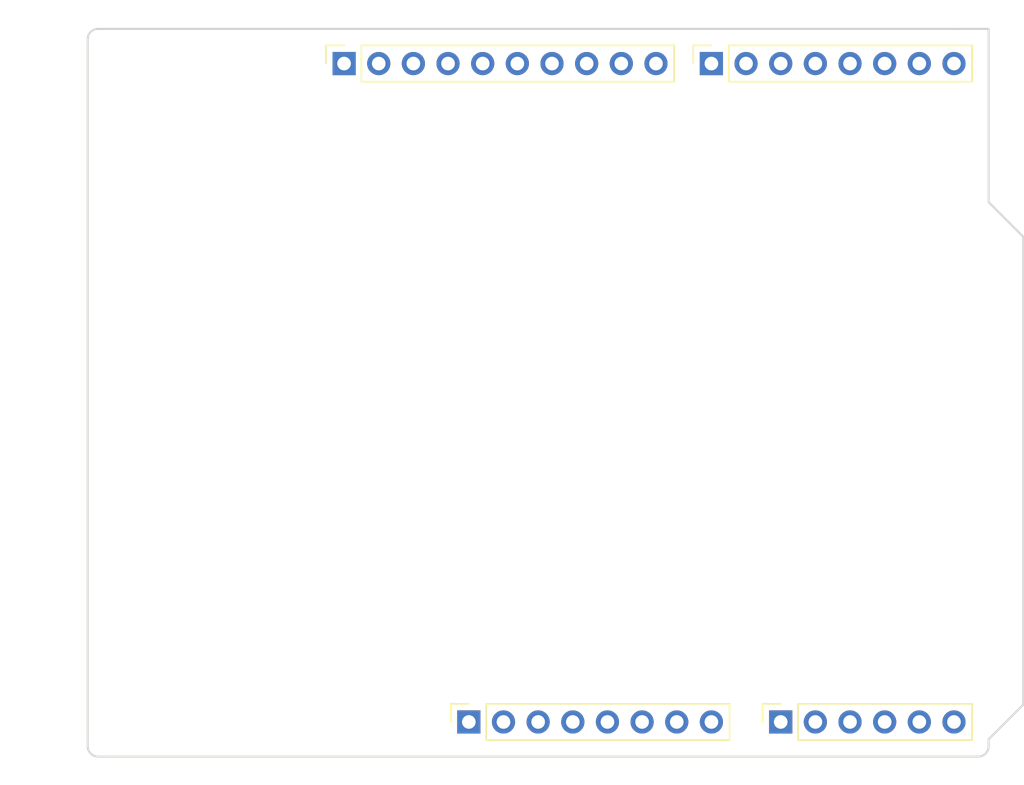
<source format=kicad_pcb>
(kicad_pcb (version 20211014) (generator pcbnew)
  (title_block (date "mar. 31 mars 2015"))
  (layers (0 "F.Cu" signal) (31 "B.Cu" signal) (34 "B.Paste" user) (35 "F.Paste" user) (36 "B.SilkS" user "B.Silkscreen") (37 "F.SilkS" user "F.Silkscreen") (38 "B.Mask" user) (39 "F.Mask" user) (44 "Edge.Cuts" user))
  (net 0 "")
  (net 1 "GND")
  (net 3 "+5V")
  (net 4 "/IOREF")
  (net 5 "/A0")
  (net 6 "/A1")
  (net 7 "/A2")
  (net 8 "/A3")
  (net 9 "/SDA{slash}A4")
  (net 10 "/SCL{slash}A5")
  (net 11 "/13")
  (net 12 "/12")
  (net 13 "/AREF")
  (net 14 "/8")
  (net 15 "/7")
  (net 16 "/*11")
  (net 17 "/*10")
  (net 18 "/*9")
  (net 19 "/4")
  (net 20 "/2")
  (net 21 "/*6")
  (net 22 "/*5")
  (net 23 "/TX{slash}1")
  (net 24 "/*3")
  (net 25 "/RX{slash}0")
  (net 26 "+3V3")
  (net 27 "VCC")
  (net 28 "/~{RESET}")
  (footprint "Connector_PinSocket_2.54mm:PinSocket_1x08_P2.54mm_Vertical" (layer "F.Cu") (at 127.94 97.46 90)
    (fp_text reference "J1" hide)
    (fp_text value "Power")
    (fp_line (start -1.33 19.11) (end 1.33 19.11) (layer "F.SilkS") (width 0.12))
    (fp_line (start 1.33 1.27) (end 1.33 19.11) (layer "F.SilkS") (width 0.12))
    (fp_line (start -1.33 1.27) (end 1.33 1.27) (layer "F.SilkS") (width 0.12))
    (fp_line (start 0 -1.33) (end 1.33 -1.33) (layer "F.SilkS") (width 0.12))
    (fp_line (start 1.33 -1.33) (end 1.33 0) (layer "F.SilkS") (width 0.12))
    (fp_line (start -1.33 1.27) (end -1.33 19.11) (layer "F.SilkS") (width 0.12))
    (pad "1" thru_hole rect locked (at 0 0 90) (size 1.7 1.7) (drill 1) (layers *.Cu *.Mask))
    (pad "2" thru_hole oval locked (at 0 2.54 90) (size 1.7 1.7) (drill 1) (layers *.Cu *.Mask) (net 4 "/IOREF"))
    (pad "3" thru_hole oval locked (at 0 5.08 90) (size 1.7 1.7) (drill 1) (layers *.Cu *.Mask) (net 28 "/~{RESET}"))
    (pad "4" thru_hole oval locked (at 0 7.62 90) (size 1.7 1.7) (drill 1) (layers *.Cu *.Mask) (net 26 "+3V3"))
    (pad "5" thru_hole oval locked (at 0 10.16 90) (size 1.7 1.7) (drill 1) (layers *.Cu *.Mask) (net 3 "+5V"))
    (pad "6" thru_hole oval locked (at 0 12.7 90) (size 1.7 1.7) (drill 1) (layers *.Cu *.Mask) (net 1 "GND"))
    (pad "7" thru_hole oval locked (at 0 15.24 90) (size 1.7 1.7) (drill 1) (layers *.Cu *.Mask) (net 1 "GND"))
    (pad "8" thru_hole oval locked (at 0 17.78 90) (size 1.7 1.7) (drill 1) (layers *.Cu *.Mask) (net 27 "VCC"))
  )
  (footprint "Connector_PinSocket_2.54mm:PinSocket_1x06_P2.54mm_Vertical" (layer "F.Cu") (at 150.8 97.46 90)
    (fp_text reference "J3" hide)
    (fp_text value "Analog")
    (fp_line (start 1.33 1.27) (end 1.33 14.03) (layer "F.SilkS") (width 0.12))
    (fp_line (start 0 -1.33) (end 1.33 -1.33) (layer "F.SilkS") (width 0.12))
    (fp_line (start -1.33 1.27) (end 1.33 1.27) (layer "F.SilkS") (width 0.12))
    (fp_line (start -1.33 1.27) (end -1.33 14.03) (layer "F.SilkS") (width 0.12))
    (fp_line (start -1.33 14.03) (end 1.33 14.03) (layer "F.SilkS") (width 0.12))
    (fp_line (start 1.33 -1.33) (end 1.33 0) (layer "F.SilkS") (width 0.12))
    (pad "1" thru_hole rect locked (at 0 0 90) (size 1.7 1.7) (drill 1) (layers *.Cu *.Mask) (net 5 "/A0"))
    (pad "2" thru_hole oval locked (at 0 2.54 90) (size 1.7 1.7) (drill 1) (layers *.Cu *.Mask) (net 6 "/A1"))
    (pad "3" thru_hole oval locked (at 0 5.08 90) (size 1.7 1.7) (drill 1) (layers *.Cu *.Mask) (net 7 "/A2"))
    (pad "4" thru_hole oval locked (at 0 7.62 90) (size 1.7 1.7) (drill 1) (layers *.Cu *.Mask) (net 8 "/A3"))
    (pad "5" thru_hole oval locked (at 0 10.16 90) (size 1.7 1.7) (drill 1) (layers *.Cu *.Mask) (net 9 "/SDA{slash}A4"))
    (pad "6" thru_hole oval locked (at 0 12.7 90) (size 1.7 1.7) (drill 1) (layers *.Cu *.Mask) (net 10 "/SCL{slash}A5"))
  )
  (footprint "Connector_PinSocket_2.54mm:PinSocket_1x10_P2.54mm_Vertical" (layer "F.Cu") (at 118.796 49.2 90)
    (fp_text reference "J2" hide)
    (fp_text value "Digital/PWM")
    (fp_line (start -1.33 24.19) (end 1.33 24.19) (layer "F.SilkS") (width 0.12))
    (fp_line (start -1.33 1.27) (end -1.33 24.19) (layer "F.SilkS") (width 0.12))
    (fp_line (start 1.33 -1.33) (end 1.33 0) (layer "F.SilkS") (width 0.12))
    (fp_line (start 0 -1.33) (end 1.33 -1.33) (layer "F.SilkS") (width 0.12))
    (fp_line (start 1.33 1.27) (end 1.33 24.19) (layer "F.SilkS") (width 0.12))
    (fp_line (start -1.33 1.27) (end 1.33 1.27) (layer "F.SilkS") (width 0.12))
    (pad "1" thru_hole rect locked (at 0 0 90) (size 1.7 1.7) (drill 1) (layers *.Cu *.Mask) (net 10 "/SCL{slash}A5"))
    (pad "2" thru_hole oval locked (at 0 2.54 90) (size 1.7 1.7) (drill 1) (layers *.Cu *.Mask) (net 9 "/SDA{slash}A4"))
    (pad "3" thru_hole oval locked (at 0 5.08 90) (size 1.7 1.7) (drill 1) (layers *.Cu *.Mask) (net 13 "/AREF"))
    (pad "4" thru_hole oval locked (at 0 7.62 90) (size 1.7 1.7) (drill 1) (layers *.Cu *.Mask) (net 1 "GND"))
    (pad "5" thru_hole oval locked (at 0 10.16 90) (size 1.7 1.7) (drill 1) (layers *.Cu *.Mask) (net 11 "/13"))
    (pad "6" thru_hole oval locked (at 0 12.7 90) (size 1.7 1.7) (drill 1) (layers *.Cu *.Mask) (net 12 "/12"))
    (pad "7" thru_hole oval locked (at 0 15.24 90) (size 1.7 1.7) (drill 1) (layers *.Cu *.Mask) (net 16 "/*11"))
    (pad "8" thru_hole oval locked (at 0 17.78 90) (size 1.7 1.7) (drill 1) (layers *.Cu *.Mask) (net 17 "/*10"))
    (pad "9" thru_hole oval locked (at 0 20.32 90) (size 1.7 1.7) (drill 1) (layers *.Cu *.Mask) (net 18 "/*9"))
    (pad "10" thru_hole oval locked (at 0 22.86 90) (size 1.7 1.7) (drill 1) (layers *.Cu *.Mask) (net 14 "/8"))
  )
  (footprint "Connector_PinSocket_2.54mm:PinSocket_1x08_P2.54mm_Vertical" (layer "F.Cu") (at 145.72 49.2 90)
    (fp_text reference "J4" hide)
    (fp_text value "Digital/PWM")
    (fp_line (start -1.33 19.11) (end 1.33 19.11) (layer "F.SilkS") (width 0.12))
    (fp_line (start -1.33 1.27) (end -1.33 19.11) (layer "F.SilkS") (width 0.12))
    (fp_line (start 0 -1.33) (end 1.33 -1.33) (layer "F.SilkS") (width 0.12))
    (fp_line (start -1.33 1.27) (end 1.33 1.27) (layer "F.SilkS") (width 0.12))
    (fp_line (start 1.33 -1.33) (end 1.33 0) (layer "F.SilkS") (width 0.12))
    (fp_line (start 1.33 1.27) (end 1.33 19.11) (layer "F.SilkS") (width 0.12))
    (pad "1" thru_hole rect locked (at 0 0 90) (size 1.7 1.7) (drill 1) (layers *.Cu *.Mask) (net 15 "/7"))
    (pad "2" thru_hole oval locked (at 0 2.54 90) (size 1.7 1.7) (drill 1) (layers *.Cu *.Mask) (net 21 "/*6"))
    (pad "3" thru_hole oval locked (at 0 5.08 90) (size 1.7 1.7) (drill 1) (layers *.Cu *.Mask) (net 22 "/*5"))
    (pad "4" thru_hole oval locked (at 0 7.62 90) (size 1.7 1.7) (drill 1) (layers *.Cu *.Mask) (net 19 "/4"))
    (pad "5" thru_hole oval locked (at 0 10.16 90) (size 1.7 1.7) (drill 1) (layers *.Cu *.Mask) (net 24 "/*3"))
    (pad "6" thru_hole oval locked (at 0 12.7 90) (size 1.7 1.7) (drill 1) (layers *.Cu *.Mask) (net 20 "/2"))
    (pad "7" thru_hole oval locked (at 0 15.24 90) (size 1.7 1.7) (drill 1) (layers *.Cu *.Mask) (net 23 "/TX{slash}1"))
    (pad "8" thru_hole oval locked (at 0 17.78 90) (size 1.7 1.7) (drill 1) (layers *.Cu *.Mask) (net 25 "/RX{slash}0"))
  )
  (footprint "Arduino_MountingHole:MountingHole_3.2mm" (layer "F.Cu") (at 115.24 49.2)
    (fp_text reference "MH1" hide)
    (fp_text value "MountingHole_3.2mm" hide)
    (pad "" np_thru_hole circle locked (at 0 0) (size 3.2 3.2) (drill 3.2) (layers *.Cu *.Mask))
  )
  (footprint "Arduino_MountingHole:MountingHole_3.2mm" (layer "F.Cu") (at 113.97 97.46)
    (fp_text reference "MH2" hide)
    (fp_text value "MountingHole_3.2mm" hide)
    (pad "" np_thru_hole circle locked (at 0 0) (size 3.2 3.2) (drill 3.2) (layers *.Cu *.Mask))
  )
  (footprint "Arduino_MountingHole:MountingHole_3.2mm" (layer "F.Cu") (at 166.04 64.44)
    (fp_text reference "MH3" hide)
    (fp_text value "MountingHole_3.2mm" hide)
    (pad "" np_thru_hole circle locked (at 0 0) (size 3.2 3.2) (drill 3.2) (layers *.Cu *.Mask))
  )
  (footprint "Arduino_MountingHole:MountingHole_3.2mm" (layer "F.Cu") (at 166.04 92.38)
    (fp_text reference "MH4" hide)
    (fp_text value "MountingHole_3.2mm" hide)
    (pad "" np_thru_hole circle locked (at 0 0) (size 3.2 3.2) (drill 3.2) (layers *.Cu *.Mask))
  )
  (gr_line (start 166.04 59.36) (end 168.58 61.9) (layer "Edge.Cuts") (width 0.15))
  (gr_line (start 100 99.238) (end 100 47.422) (layer "Edge.Cuts") (width 0.15))
  (gr_line (start 166.04 49.2) (end 166.04 46.66) (layer "Edge.Cuts") (width 0.15))
  (gr_line (start 168.58 61.9) (end 168.58 96.19) (layer "Edge.Cuts") (width 0.15))
  (gr_line (start 165.278 100) (end 100.762 100) (layer "Edge.Cuts") (width 0.15))
  (gr_line (start 100.762 46.66) (end 163.5 46.66) (layer "Edge.Cuts") (width 0.15))
  (gr_arc (start 100.762 100) (mid 100.223185 99.776815) (end 100 99.238) (layer "Edge.Cuts") (width 0.15))
  (gr_line (start 168.58 96.19) (end 166.04 98.73) (layer "Edge.Cuts") (width 0.15))
  (gr_arc (start 166.04 99.238) (mid 165.816815 99.776815) (end 165.278 100) (layer "Edge.Cuts") (width 0.15))
  (gr_line (start 166.04 46.66) (end 163.5 46.66) (layer "Edge.Cuts") (width 0.15))
  (gr_line (start 166.04 49.2) (end 166.04 59.36) (layer "Edge.Cuts") (width 0.15))
  (gr_line (start 166.04 98.73) (end 166.04 99.238) (layer "Edge.Cuts") (width 0.15))
  (gr_arc (start 100 47.422) (mid 100.223185 46.883185) (end 100.762 46.66) (layer "Edge.Cuts") (width 0.15))
)
</source>
